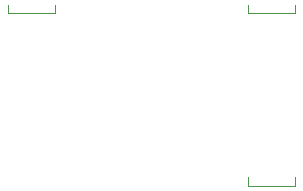
<source format=gbr>
G04 #@! TF.GenerationSoftware,KiCad,Pcbnew,(5.1.5)-3*
G04 #@! TF.CreationDate,2020-08-28T18:26:53+02:00*
G04 #@! TF.ProjectId,FetsAndCrosses,46657473-416e-4644-9372-6f737365732e,v0.1*
G04 #@! TF.SameCoordinates,Original*
G04 #@! TF.FileFunction,Paste,Bot*
G04 #@! TF.FilePolarity,Positive*
%FSLAX46Y46*%
G04 Gerber Fmt 4.6, Leading zero omitted, Abs format (unit mm)*
G04 Created by KiCad (PCBNEW (5.1.5)-3) date 2020-08-28 18:26:53*
%MOMM*%
%LPD*%
G04 APERTURE LIST*
%ADD10C,0.120000*%
G04 APERTURE END LIST*
D10*
G04 #@! TO.C,SW13*
X152755000Y-260465000D02*
X148755000Y-260465000D01*
X148755000Y-259765000D02*
X148755000Y-260465000D01*
X152755000Y-260465000D02*
X152755000Y-259765000D01*
G04 #@! TO.C,SW11*
X132435000Y-245860000D02*
X128435000Y-245860000D01*
X128435000Y-245160000D02*
X128435000Y-245860000D01*
X132435000Y-245860000D02*
X132435000Y-245160000D01*
G04 #@! TO.C,SW10*
X152755000Y-245860000D02*
X148755000Y-245860000D01*
X148755000Y-245160000D02*
X148755000Y-245860000D01*
X152755000Y-245860000D02*
X152755000Y-245160000D01*
G04 #@! TD*
M02*

</source>
